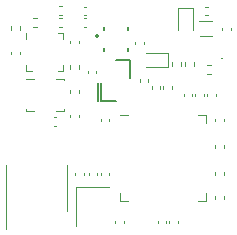
<source format=gto>
G04 #@! TF.GenerationSoftware,KiCad,Pcbnew,(6.0.5)*
G04 #@! TF.CreationDate,2022-08-03T23:35:42+05:30*
G04 #@! TF.ProjectId,picofusion,7069636f-6675-4736-996f-6e2e6b696361,rev?*
G04 #@! TF.SameCoordinates,Original*
G04 #@! TF.FileFunction,Legend,Top*
G04 #@! TF.FilePolarity,Positive*
%FSLAX46Y46*%
G04 Gerber Fmt 4.6, Leading zero omitted, Abs format (unit mm)*
G04 Created by KiCad (PCBNEW (6.0.5)) date 2022-08-03 23:35:42*
%MOMM*%
%LPD*%
G01*
G04 APERTURE LIST*
%ADD10C,0.120000*%
%ADD11C,0.100000*%
%ADD12C,0.200000*%
%ADD13C,0.150000*%
%ADD14C,0.127000*%
G04 APERTURE END LIST*
D10*
G04 #@! TO.C,C11*
X157192164Y-31060000D02*
X157407836Y-31060000D01*
X157192164Y-30340000D02*
X157407836Y-30340000D01*
G04 #@! TO.C,R9*
X152901359Y-32067500D02*
X153208641Y-32067500D01*
X152901359Y-31307500D02*
X153208641Y-31307500D01*
G04 #@! TO.C,C17*
X156760000Y-39735336D02*
X156760000Y-39519664D01*
X156040000Y-39735336D02*
X156040000Y-39519664D01*
G04 #@! TO.C,C1*
X161940000Y-36727836D02*
X161940000Y-36512164D01*
X162660000Y-36727836D02*
X162660000Y-36512164D01*
D11*
G04 #@! TO.C,D2*
X168940000Y-34700000D02*
G75*
G03*
X168940000Y-34700000I-50000J0D01*
G01*
D10*
G04 #@! TO.C,C10*
X163660000Y-37307836D02*
X163660000Y-37092164D01*
X162940000Y-37307836D02*
X162940000Y-37092164D01*
G04 #@! TO.C,D1*
X164300000Y-35450000D02*
X164300000Y-34250000D01*
X162450000Y-34250000D02*
X164300000Y-34250000D01*
X162450000Y-35450000D02*
X164300000Y-35450000D01*
D12*
G04 #@! TO.C,U1*
X158400000Y-38350000D02*
X158400000Y-36850000D01*
D13*
X161150000Y-36350000D02*
X161150000Y-34850000D01*
X158650000Y-38350000D02*
X159900000Y-38350000D01*
X158650000Y-36850000D02*
X158650000Y-38350000D01*
X161150000Y-34850000D02*
X159900000Y-34850000D01*
D10*
G04 #@! TO.C,C4*
X158260000Y-35772164D02*
X158260000Y-35987836D01*
X157540000Y-35772164D02*
X157540000Y-35987836D01*
G04 #@! TO.C,C5*
X157625600Y-44624636D02*
X157625600Y-44408964D01*
X158345600Y-44624636D02*
X158345600Y-44408964D01*
G04 #@! TO.C,C27*
X157177200Y-44624636D02*
X157177200Y-44408964D01*
X156457200Y-44624636D02*
X156457200Y-44408964D01*
G04 #@! TO.C,C25*
X167640000Y-37927836D02*
X167640000Y-37712164D01*
X168360000Y-37927836D02*
X168360000Y-37712164D01*
D11*
G04 #@! TO.C,U5*
X155475000Y-35787500D02*
X154975000Y-35787500D01*
X155475000Y-35287500D02*
X155475000Y-35787500D01*
X155475000Y-32587500D02*
X155475000Y-33087500D01*
X152275000Y-32587500D02*
X152275000Y-33087500D01*
X152275000Y-35787500D02*
X152275000Y-35287500D01*
X152275000Y-35787500D02*
X152775000Y-35787500D01*
X155475000Y-35787500D02*
X155475000Y-35287500D01*
X154975000Y-32587500D02*
X155475000Y-32587500D01*
D10*
G04 #@! TO.C,U4*
X152290000Y-39160000D02*
X152290000Y-39010000D01*
X152940000Y-39160000D02*
X152290000Y-39160000D01*
X154860000Y-39160000D02*
X155510000Y-39160000D01*
X152940000Y-36440000D02*
X152290000Y-36440000D01*
X155510000Y-36440000D02*
X155510000Y-36590000D01*
X155510000Y-39160000D02*
X155510000Y-39010000D01*
X154860000Y-36440000D02*
X155510000Y-36440000D01*
G04 #@! TO.C,C9*
X164160000Y-48492164D02*
X164160000Y-48707836D01*
X163440000Y-48492164D02*
X163440000Y-48707836D01*
G04 #@! TO.C,C18*
X156040000Y-37439664D02*
X156040000Y-37655336D01*
X156760000Y-37439664D02*
X156760000Y-37655336D01*
G04 #@! TO.C,R2*
X164677500Y-35343641D02*
X164677500Y-35036359D01*
X165437500Y-35343641D02*
X165437500Y-35036359D01*
G04 #@! TO.C,C26*
X164660000Y-37307836D02*
X164660000Y-37092164D01*
X163940000Y-37307836D02*
X163940000Y-37092164D01*
G04 #@! TO.C,C8*
X160560000Y-48492164D02*
X160560000Y-48707836D01*
X159840000Y-48492164D02*
X159840000Y-48707836D01*
G04 #@! TO.C,U3*
X167070000Y-32855000D02*
X168070000Y-32855000D01*
X166910000Y-31595000D02*
X168070000Y-31595000D01*
G04 #@! TO.C,C20*
X156040000Y-33455336D02*
X156040000Y-33239664D01*
X156760000Y-33455336D02*
X156760000Y-33239664D01*
G04 #@! TO.C,C6*
X158640000Y-44408964D02*
X158640000Y-44624636D01*
X159360000Y-44408964D02*
X159360000Y-44624636D01*
D14*
G04 #@! TO.C,U6*
X160910000Y-32100000D02*
X160910000Y-32355000D01*
X160910000Y-34100000D02*
X160910000Y-33845000D01*
X158910000Y-32100000D02*
X158910000Y-32355000D01*
X158910000Y-34100000D02*
X158910000Y-33845000D01*
D12*
X158415000Y-32850000D02*
G75*
G03*
X158415000Y-32850000I-100000J0D01*
G01*
D10*
G04 #@! TO.C,C14*
X169630000Y-32332836D02*
X169630000Y-32117164D01*
X168910000Y-32332836D02*
X168910000Y-32117164D01*
G04 #@! TO.C,R8*
X151020000Y-31993859D02*
X151020000Y-32301141D01*
X151780000Y-31993859D02*
X151780000Y-32301141D01*
G04 #@! TO.C,R7*
X156020000Y-35601141D02*
X156020000Y-35293859D01*
X156780000Y-35601141D02*
X156780000Y-35293859D01*
G04 #@! TO.C,C16*
X167462164Y-30365000D02*
X167677836Y-30365000D01*
X167462164Y-31085000D02*
X167677836Y-31085000D01*
G04 #@! TO.C,C21*
X155129664Y-31327500D02*
X155345336Y-31327500D01*
X155129664Y-32047500D02*
X155345336Y-32047500D01*
G04 #@! TO.C,C15*
X168320000Y-44392164D02*
X168320000Y-44607836D01*
X169040000Y-44392164D02*
X169040000Y-44607836D01*
G04 #@! TO.C,R5*
X169060000Y-46346359D02*
X169060000Y-46653641D01*
X168300000Y-46346359D02*
X168300000Y-46653641D01*
G04 #@! TO.C,C7*
X158640000Y-40060336D02*
X158640000Y-39844664D01*
X159360000Y-40060336D02*
X159360000Y-39844664D01*
G04 #@! TO.C,C12*
X151040000Y-34395336D02*
X151040000Y-34179664D01*
X151760000Y-34395336D02*
X151760000Y-34179664D01*
G04 #@! TO.C,C13*
X167360000Y-37927836D02*
X167360000Y-37712164D01*
X166640000Y-37927836D02*
X166640000Y-37712164D01*
G04 #@! TO.C,R4*
X169070000Y-42353641D02*
X169070000Y-42046359D01*
X168310000Y-42353641D02*
X168310000Y-42046359D01*
G04 #@! TO.C,R6*
X167953641Y-36080000D02*
X167646359Y-36080000D01*
X167953641Y-35320000D02*
X167646359Y-35320000D01*
G04 #@! TO.C,C19*
X154632164Y-39717500D02*
X154847836Y-39717500D01*
X154632164Y-40437500D02*
X154847836Y-40437500D01*
G04 #@! TO.C,C24*
X169040000Y-40060336D02*
X169040000Y-39844664D01*
X168320000Y-40060336D02*
X168320000Y-39844664D01*
G04 #@! TO.C,C22*
X161540000Y-33332164D02*
X161540000Y-33547836D01*
X162260000Y-33332164D02*
X162260000Y-33547836D01*
G04 #@! TO.C,Y1*
X156560000Y-45650000D02*
X156560000Y-48950000D01*
X159360000Y-45650000D02*
X156560000Y-45650000D01*
G04 #@! TO.C,C23*
X157407836Y-31340000D02*
X157192164Y-31340000D01*
X157407836Y-32060000D02*
X157192164Y-32060000D01*
G04 #@! TO.C,C2*
X165160000Y-48492164D02*
X165160000Y-48707836D01*
X164440000Y-48492164D02*
X164440000Y-48707836D01*
G04 #@! TO.C,U7*
X155760000Y-45700000D02*
X155760000Y-43750000D01*
X150640000Y-45700000D02*
X150640000Y-43750000D01*
X155760000Y-45700000D02*
X155760000Y-47650000D01*
X150640000Y-45700000D02*
X150640000Y-49150000D01*
G04 #@! TO.C,R1*
X155083859Y-31080000D02*
X155391141Y-31080000D01*
X155083859Y-30320000D02*
X155391141Y-30320000D01*
G04 #@! TO.C,C3*
X165640000Y-37927836D02*
X165640000Y-37712164D01*
X166360000Y-37927836D02*
X166360000Y-37712164D01*
G04 #@! TO.C,U2*
X160940000Y-39552500D02*
X160290000Y-39552500D01*
X166860000Y-46772500D02*
X167510000Y-46772500D01*
X160940000Y-46772500D02*
X160290000Y-46772500D01*
X167510000Y-46772500D02*
X167510000Y-46122500D01*
X167510000Y-39552500D02*
X167510000Y-40202500D01*
X160290000Y-46772500D02*
X160290000Y-46122500D01*
X166860000Y-39552500D02*
X167510000Y-39552500D01*
G04 #@! TO.C,R3*
X166500000Y-35343641D02*
X166500000Y-35036359D01*
X165740000Y-35343641D02*
X165740000Y-35036359D01*
G04 #@! TO.C,D3*
X166400000Y-32300000D02*
X166400000Y-30450000D01*
X166400000Y-30450000D02*
X165200000Y-30450000D01*
X165200000Y-32300000D02*
X165200000Y-30450000D01*
G04 #@! TD*
M02*

</source>
